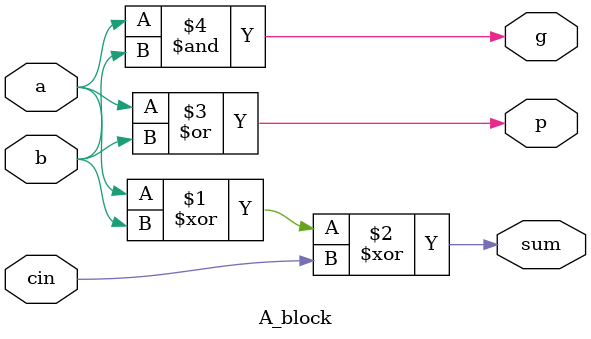
<source format=v>
`timescale 1ns / 1ps


module A_block(
    input a,
    input b,
    input cin,
    output sum,
    output g,
    output p
    );
    assign sum = (a ^ b) ^ cin;
    assign p = a | b;
    assign g = a & b;
    
endmodule

</source>
